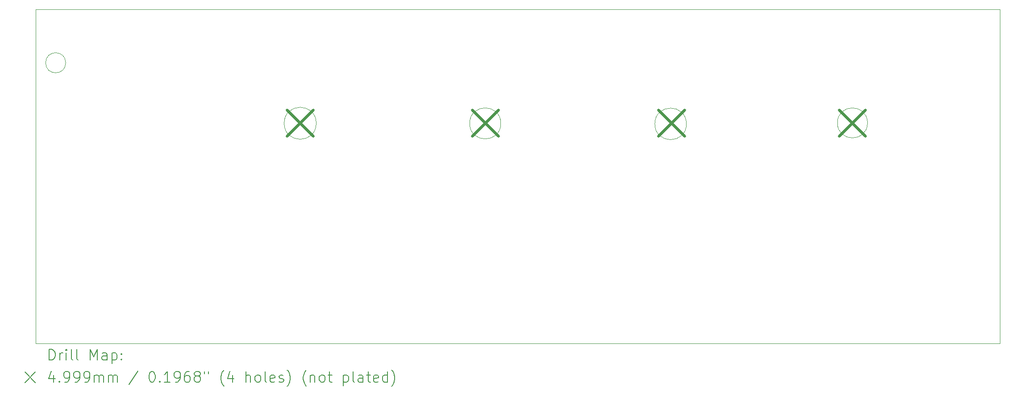
<source format=gbr>
%TF.GenerationSoftware,KiCad,Pcbnew,7.0.11+dfsg-1*%
%TF.CreationDate,2024-03-19T11:51:44-04:00*%
%TF.ProjectId,clock,636c6f63-6b2e-46b6-9963-61645f706362,rev?*%
%TF.SameCoordinates,Original*%
%TF.FileFunction,Drillmap*%
%TF.FilePolarity,Positive*%
%FSLAX45Y45*%
G04 Gerber Fmt 4.5, Leading zero omitted, Abs format (unit mm)*
G04 Created by KiCad (PCBNEW 7.0.11+dfsg-1) date 2024-03-19 11:51:44*
%MOMM*%
%LPD*%
G01*
G04 APERTURE LIST*
%ADD10C,0.050000*%
%ADD11C,0.100000*%
%ADD12C,0.200000*%
%ADD13C,0.499872*%
G04 APERTURE END LIST*
D10*
X20478255Y-6858000D02*
G75*
G03*
X19907745Y-6858000I-285255J0D01*
G01*
X19907745Y-6858000D02*
G75*
G03*
X20478255Y-6858000I285255J0D01*
G01*
D11*
X5270500Y-5715000D02*
G75*
G03*
X4889500Y-5715000I-190500J0D01*
G01*
X4889500Y-5715000D02*
G75*
G03*
X5270500Y-5715000I190500J0D01*
G01*
D10*
X17043327Y-6876301D02*
G75*
G03*
X16443706Y-6876301I-299810J0D01*
G01*
X16443706Y-6876301D02*
G75*
G03*
X17043327Y-6876301I299810J0D01*
G01*
X13522641Y-6867301D02*
G75*
G03*
X12932114Y-6867301I-295264J0D01*
G01*
X12932114Y-6867301D02*
G75*
G03*
X13522641Y-6867301I295264J0D01*
G01*
X10021761Y-6864401D02*
G75*
G03*
X9414089Y-6864401I-303836J0D01*
G01*
X9414089Y-6864401D02*
G75*
G03*
X10021761Y-6864401I303836J0D01*
G01*
X4699000Y-4699000D02*
X22987000Y-4699000D01*
X22987000Y-11049000D01*
X4699000Y-11049000D01*
X4699000Y-4699000D01*
D12*
D13*
X9467312Y-6615680D02*
X9967184Y-7115552D01*
X9967184Y-6615680D02*
X9467312Y-7115552D01*
X12983722Y-6615680D02*
X13483594Y-7115552D01*
X13483594Y-6615680D02*
X12983722Y-7115552D01*
X16510762Y-6616700D02*
X17010634Y-7116572D01*
X17010634Y-6616700D02*
X16510762Y-7116572D01*
X19939762Y-6616700D02*
X20439634Y-7116572D01*
X20439634Y-6616700D02*
X19939762Y-7116572D01*
D12*
X4957277Y-11362984D02*
X4957277Y-11162984D01*
X4957277Y-11162984D02*
X5004896Y-11162984D01*
X5004896Y-11162984D02*
X5033467Y-11172508D01*
X5033467Y-11172508D02*
X5052515Y-11191555D01*
X5052515Y-11191555D02*
X5062039Y-11210603D01*
X5062039Y-11210603D02*
X5071563Y-11248698D01*
X5071563Y-11248698D02*
X5071563Y-11277269D01*
X5071563Y-11277269D02*
X5062039Y-11315365D01*
X5062039Y-11315365D02*
X5052515Y-11334412D01*
X5052515Y-11334412D02*
X5033467Y-11353460D01*
X5033467Y-11353460D02*
X5004896Y-11362984D01*
X5004896Y-11362984D02*
X4957277Y-11362984D01*
X5157277Y-11362984D02*
X5157277Y-11229650D01*
X5157277Y-11267746D02*
X5166801Y-11248698D01*
X5166801Y-11248698D02*
X5176324Y-11239174D01*
X5176324Y-11239174D02*
X5195372Y-11229650D01*
X5195372Y-11229650D02*
X5214420Y-11229650D01*
X5281086Y-11362984D02*
X5281086Y-11229650D01*
X5281086Y-11162984D02*
X5271563Y-11172508D01*
X5271563Y-11172508D02*
X5281086Y-11182031D01*
X5281086Y-11182031D02*
X5290610Y-11172508D01*
X5290610Y-11172508D02*
X5281086Y-11162984D01*
X5281086Y-11162984D02*
X5281086Y-11182031D01*
X5404896Y-11362984D02*
X5385848Y-11353460D01*
X5385848Y-11353460D02*
X5376324Y-11334412D01*
X5376324Y-11334412D02*
X5376324Y-11162984D01*
X5509658Y-11362984D02*
X5490610Y-11353460D01*
X5490610Y-11353460D02*
X5481086Y-11334412D01*
X5481086Y-11334412D02*
X5481086Y-11162984D01*
X5738229Y-11362984D02*
X5738229Y-11162984D01*
X5738229Y-11162984D02*
X5804896Y-11305841D01*
X5804896Y-11305841D02*
X5871562Y-11162984D01*
X5871562Y-11162984D02*
X5871562Y-11362984D01*
X6052515Y-11362984D02*
X6052515Y-11258222D01*
X6052515Y-11258222D02*
X6042991Y-11239174D01*
X6042991Y-11239174D02*
X6023943Y-11229650D01*
X6023943Y-11229650D02*
X5985848Y-11229650D01*
X5985848Y-11229650D02*
X5966801Y-11239174D01*
X6052515Y-11353460D02*
X6033467Y-11362984D01*
X6033467Y-11362984D02*
X5985848Y-11362984D01*
X5985848Y-11362984D02*
X5966801Y-11353460D01*
X5966801Y-11353460D02*
X5957277Y-11334412D01*
X5957277Y-11334412D02*
X5957277Y-11315365D01*
X5957277Y-11315365D02*
X5966801Y-11296317D01*
X5966801Y-11296317D02*
X5985848Y-11286793D01*
X5985848Y-11286793D02*
X6033467Y-11286793D01*
X6033467Y-11286793D02*
X6052515Y-11277269D01*
X6147753Y-11229650D02*
X6147753Y-11429650D01*
X6147753Y-11239174D02*
X6166801Y-11229650D01*
X6166801Y-11229650D02*
X6204896Y-11229650D01*
X6204896Y-11229650D02*
X6223943Y-11239174D01*
X6223943Y-11239174D02*
X6233467Y-11248698D01*
X6233467Y-11248698D02*
X6242991Y-11267746D01*
X6242991Y-11267746D02*
X6242991Y-11324888D01*
X6242991Y-11324888D02*
X6233467Y-11343936D01*
X6233467Y-11343936D02*
X6223943Y-11353460D01*
X6223943Y-11353460D02*
X6204896Y-11362984D01*
X6204896Y-11362984D02*
X6166801Y-11362984D01*
X6166801Y-11362984D02*
X6147753Y-11353460D01*
X6328705Y-11343936D02*
X6338229Y-11353460D01*
X6338229Y-11353460D02*
X6328705Y-11362984D01*
X6328705Y-11362984D02*
X6319182Y-11353460D01*
X6319182Y-11353460D02*
X6328705Y-11343936D01*
X6328705Y-11343936D02*
X6328705Y-11362984D01*
X6328705Y-11239174D02*
X6338229Y-11248698D01*
X6338229Y-11248698D02*
X6328705Y-11258222D01*
X6328705Y-11258222D02*
X6319182Y-11248698D01*
X6319182Y-11248698D02*
X6328705Y-11239174D01*
X6328705Y-11239174D02*
X6328705Y-11258222D01*
X4496500Y-11591500D02*
X4696500Y-11791500D01*
X4696500Y-11591500D02*
X4496500Y-11791500D01*
X5042991Y-11649650D02*
X5042991Y-11782984D01*
X4995372Y-11573460D02*
X4947753Y-11716317D01*
X4947753Y-11716317D02*
X5071563Y-11716317D01*
X5147753Y-11763936D02*
X5157277Y-11773460D01*
X5157277Y-11773460D02*
X5147753Y-11782984D01*
X5147753Y-11782984D02*
X5138229Y-11773460D01*
X5138229Y-11773460D02*
X5147753Y-11763936D01*
X5147753Y-11763936D02*
X5147753Y-11782984D01*
X5252515Y-11782984D02*
X5290610Y-11782984D01*
X5290610Y-11782984D02*
X5309658Y-11773460D01*
X5309658Y-11773460D02*
X5319182Y-11763936D01*
X5319182Y-11763936D02*
X5338229Y-11735365D01*
X5338229Y-11735365D02*
X5347753Y-11697269D01*
X5347753Y-11697269D02*
X5347753Y-11621079D01*
X5347753Y-11621079D02*
X5338229Y-11602031D01*
X5338229Y-11602031D02*
X5328705Y-11592508D01*
X5328705Y-11592508D02*
X5309658Y-11582984D01*
X5309658Y-11582984D02*
X5271563Y-11582984D01*
X5271563Y-11582984D02*
X5252515Y-11592508D01*
X5252515Y-11592508D02*
X5242991Y-11602031D01*
X5242991Y-11602031D02*
X5233467Y-11621079D01*
X5233467Y-11621079D02*
X5233467Y-11668698D01*
X5233467Y-11668698D02*
X5242991Y-11687746D01*
X5242991Y-11687746D02*
X5252515Y-11697269D01*
X5252515Y-11697269D02*
X5271563Y-11706793D01*
X5271563Y-11706793D02*
X5309658Y-11706793D01*
X5309658Y-11706793D02*
X5328705Y-11697269D01*
X5328705Y-11697269D02*
X5338229Y-11687746D01*
X5338229Y-11687746D02*
X5347753Y-11668698D01*
X5442991Y-11782984D02*
X5481086Y-11782984D01*
X5481086Y-11782984D02*
X5500134Y-11773460D01*
X5500134Y-11773460D02*
X5509658Y-11763936D01*
X5509658Y-11763936D02*
X5528705Y-11735365D01*
X5528705Y-11735365D02*
X5538229Y-11697269D01*
X5538229Y-11697269D02*
X5538229Y-11621079D01*
X5538229Y-11621079D02*
X5528705Y-11602031D01*
X5528705Y-11602031D02*
X5519182Y-11592508D01*
X5519182Y-11592508D02*
X5500134Y-11582984D01*
X5500134Y-11582984D02*
X5462039Y-11582984D01*
X5462039Y-11582984D02*
X5442991Y-11592508D01*
X5442991Y-11592508D02*
X5433467Y-11602031D01*
X5433467Y-11602031D02*
X5423944Y-11621079D01*
X5423944Y-11621079D02*
X5423944Y-11668698D01*
X5423944Y-11668698D02*
X5433467Y-11687746D01*
X5433467Y-11687746D02*
X5442991Y-11697269D01*
X5442991Y-11697269D02*
X5462039Y-11706793D01*
X5462039Y-11706793D02*
X5500134Y-11706793D01*
X5500134Y-11706793D02*
X5519182Y-11697269D01*
X5519182Y-11697269D02*
X5528705Y-11687746D01*
X5528705Y-11687746D02*
X5538229Y-11668698D01*
X5633467Y-11782984D02*
X5671562Y-11782984D01*
X5671562Y-11782984D02*
X5690610Y-11773460D01*
X5690610Y-11773460D02*
X5700134Y-11763936D01*
X5700134Y-11763936D02*
X5719182Y-11735365D01*
X5719182Y-11735365D02*
X5728705Y-11697269D01*
X5728705Y-11697269D02*
X5728705Y-11621079D01*
X5728705Y-11621079D02*
X5719182Y-11602031D01*
X5719182Y-11602031D02*
X5709658Y-11592508D01*
X5709658Y-11592508D02*
X5690610Y-11582984D01*
X5690610Y-11582984D02*
X5652515Y-11582984D01*
X5652515Y-11582984D02*
X5633467Y-11592508D01*
X5633467Y-11592508D02*
X5623943Y-11602031D01*
X5623943Y-11602031D02*
X5614420Y-11621079D01*
X5614420Y-11621079D02*
X5614420Y-11668698D01*
X5614420Y-11668698D02*
X5623943Y-11687746D01*
X5623943Y-11687746D02*
X5633467Y-11697269D01*
X5633467Y-11697269D02*
X5652515Y-11706793D01*
X5652515Y-11706793D02*
X5690610Y-11706793D01*
X5690610Y-11706793D02*
X5709658Y-11697269D01*
X5709658Y-11697269D02*
X5719182Y-11687746D01*
X5719182Y-11687746D02*
X5728705Y-11668698D01*
X5814420Y-11782984D02*
X5814420Y-11649650D01*
X5814420Y-11668698D02*
X5823943Y-11659174D01*
X5823943Y-11659174D02*
X5842991Y-11649650D01*
X5842991Y-11649650D02*
X5871563Y-11649650D01*
X5871563Y-11649650D02*
X5890610Y-11659174D01*
X5890610Y-11659174D02*
X5900134Y-11678222D01*
X5900134Y-11678222D02*
X5900134Y-11782984D01*
X5900134Y-11678222D02*
X5909658Y-11659174D01*
X5909658Y-11659174D02*
X5928705Y-11649650D01*
X5928705Y-11649650D02*
X5957277Y-11649650D01*
X5957277Y-11649650D02*
X5976324Y-11659174D01*
X5976324Y-11659174D02*
X5985848Y-11678222D01*
X5985848Y-11678222D02*
X5985848Y-11782984D01*
X6081086Y-11782984D02*
X6081086Y-11649650D01*
X6081086Y-11668698D02*
X6090610Y-11659174D01*
X6090610Y-11659174D02*
X6109658Y-11649650D01*
X6109658Y-11649650D02*
X6138229Y-11649650D01*
X6138229Y-11649650D02*
X6157277Y-11659174D01*
X6157277Y-11659174D02*
X6166801Y-11678222D01*
X6166801Y-11678222D02*
X6166801Y-11782984D01*
X6166801Y-11678222D02*
X6176324Y-11659174D01*
X6176324Y-11659174D02*
X6195372Y-11649650D01*
X6195372Y-11649650D02*
X6223943Y-11649650D01*
X6223943Y-11649650D02*
X6242991Y-11659174D01*
X6242991Y-11659174D02*
X6252515Y-11678222D01*
X6252515Y-11678222D02*
X6252515Y-11782984D01*
X6642991Y-11573460D02*
X6471563Y-11830603D01*
X6900134Y-11582984D02*
X6919182Y-11582984D01*
X6919182Y-11582984D02*
X6938229Y-11592508D01*
X6938229Y-11592508D02*
X6947753Y-11602031D01*
X6947753Y-11602031D02*
X6957277Y-11621079D01*
X6957277Y-11621079D02*
X6966801Y-11659174D01*
X6966801Y-11659174D02*
X6966801Y-11706793D01*
X6966801Y-11706793D02*
X6957277Y-11744888D01*
X6957277Y-11744888D02*
X6947753Y-11763936D01*
X6947753Y-11763936D02*
X6938229Y-11773460D01*
X6938229Y-11773460D02*
X6919182Y-11782984D01*
X6919182Y-11782984D02*
X6900134Y-11782984D01*
X6900134Y-11782984D02*
X6881086Y-11773460D01*
X6881086Y-11773460D02*
X6871563Y-11763936D01*
X6871563Y-11763936D02*
X6862039Y-11744888D01*
X6862039Y-11744888D02*
X6852515Y-11706793D01*
X6852515Y-11706793D02*
X6852515Y-11659174D01*
X6852515Y-11659174D02*
X6862039Y-11621079D01*
X6862039Y-11621079D02*
X6871563Y-11602031D01*
X6871563Y-11602031D02*
X6881086Y-11592508D01*
X6881086Y-11592508D02*
X6900134Y-11582984D01*
X7052515Y-11763936D02*
X7062039Y-11773460D01*
X7062039Y-11773460D02*
X7052515Y-11782984D01*
X7052515Y-11782984D02*
X7042991Y-11773460D01*
X7042991Y-11773460D02*
X7052515Y-11763936D01*
X7052515Y-11763936D02*
X7052515Y-11782984D01*
X7252515Y-11782984D02*
X7138229Y-11782984D01*
X7195372Y-11782984D02*
X7195372Y-11582984D01*
X7195372Y-11582984D02*
X7176325Y-11611555D01*
X7176325Y-11611555D02*
X7157277Y-11630603D01*
X7157277Y-11630603D02*
X7138229Y-11640127D01*
X7347753Y-11782984D02*
X7385848Y-11782984D01*
X7385848Y-11782984D02*
X7404896Y-11773460D01*
X7404896Y-11773460D02*
X7414420Y-11763936D01*
X7414420Y-11763936D02*
X7433467Y-11735365D01*
X7433467Y-11735365D02*
X7442991Y-11697269D01*
X7442991Y-11697269D02*
X7442991Y-11621079D01*
X7442991Y-11621079D02*
X7433467Y-11602031D01*
X7433467Y-11602031D02*
X7423944Y-11592508D01*
X7423944Y-11592508D02*
X7404896Y-11582984D01*
X7404896Y-11582984D02*
X7366801Y-11582984D01*
X7366801Y-11582984D02*
X7347753Y-11592508D01*
X7347753Y-11592508D02*
X7338229Y-11602031D01*
X7338229Y-11602031D02*
X7328706Y-11621079D01*
X7328706Y-11621079D02*
X7328706Y-11668698D01*
X7328706Y-11668698D02*
X7338229Y-11687746D01*
X7338229Y-11687746D02*
X7347753Y-11697269D01*
X7347753Y-11697269D02*
X7366801Y-11706793D01*
X7366801Y-11706793D02*
X7404896Y-11706793D01*
X7404896Y-11706793D02*
X7423944Y-11697269D01*
X7423944Y-11697269D02*
X7433467Y-11687746D01*
X7433467Y-11687746D02*
X7442991Y-11668698D01*
X7614420Y-11582984D02*
X7576325Y-11582984D01*
X7576325Y-11582984D02*
X7557277Y-11592508D01*
X7557277Y-11592508D02*
X7547753Y-11602031D01*
X7547753Y-11602031D02*
X7528706Y-11630603D01*
X7528706Y-11630603D02*
X7519182Y-11668698D01*
X7519182Y-11668698D02*
X7519182Y-11744888D01*
X7519182Y-11744888D02*
X7528706Y-11763936D01*
X7528706Y-11763936D02*
X7538229Y-11773460D01*
X7538229Y-11773460D02*
X7557277Y-11782984D01*
X7557277Y-11782984D02*
X7595372Y-11782984D01*
X7595372Y-11782984D02*
X7614420Y-11773460D01*
X7614420Y-11773460D02*
X7623944Y-11763936D01*
X7623944Y-11763936D02*
X7633467Y-11744888D01*
X7633467Y-11744888D02*
X7633467Y-11697269D01*
X7633467Y-11697269D02*
X7623944Y-11678222D01*
X7623944Y-11678222D02*
X7614420Y-11668698D01*
X7614420Y-11668698D02*
X7595372Y-11659174D01*
X7595372Y-11659174D02*
X7557277Y-11659174D01*
X7557277Y-11659174D02*
X7538229Y-11668698D01*
X7538229Y-11668698D02*
X7528706Y-11678222D01*
X7528706Y-11678222D02*
X7519182Y-11697269D01*
X7747753Y-11668698D02*
X7728706Y-11659174D01*
X7728706Y-11659174D02*
X7719182Y-11649650D01*
X7719182Y-11649650D02*
X7709658Y-11630603D01*
X7709658Y-11630603D02*
X7709658Y-11621079D01*
X7709658Y-11621079D02*
X7719182Y-11602031D01*
X7719182Y-11602031D02*
X7728706Y-11592508D01*
X7728706Y-11592508D02*
X7747753Y-11582984D01*
X7747753Y-11582984D02*
X7785848Y-11582984D01*
X7785848Y-11582984D02*
X7804896Y-11592508D01*
X7804896Y-11592508D02*
X7814420Y-11602031D01*
X7814420Y-11602031D02*
X7823944Y-11621079D01*
X7823944Y-11621079D02*
X7823944Y-11630603D01*
X7823944Y-11630603D02*
X7814420Y-11649650D01*
X7814420Y-11649650D02*
X7804896Y-11659174D01*
X7804896Y-11659174D02*
X7785848Y-11668698D01*
X7785848Y-11668698D02*
X7747753Y-11668698D01*
X7747753Y-11668698D02*
X7728706Y-11678222D01*
X7728706Y-11678222D02*
X7719182Y-11687746D01*
X7719182Y-11687746D02*
X7709658Y-11706793D01*
X7709658Y-11706793D02*
X7709658Y-11744888D01*
X7709658Y-11744888D02*
X7719182Y-11763936D01*
X7719182Y-11763936D02*
X7728706Y-11773460D01*
X7728706Y-11773460D02*
X7747753Y-11782984D01*
X7747753Y-11782984D02*
X7785848Y-11782984D01*
X7785848Y-11782984D02*
X7804896Y-11773460D01*
X7804896Y-11773460D02*
X7814420Y-11763936D01*
X7814420Y-11763936D02*
X7823944Y-11744888D01*
X7823944Y-11744888D02*
X7823944Y-11706793D01*
X7823944Y-11706793D02*
X7814420Y-11687746D01*
X7814420Y-11687746D02*
X7804896Y-11678222D01*
X7804896Y-11678222D02*
X7785848Y-11668698D01*
X7900134Y-11582984D02*
X7900134Y-11621079D01*
X7976325Y-11582984D02*
X7976325Y-11621079D01*
X8271563Y-11859174D02*
X8262039Y-11849650D01*
X8262039Y-11849650D02*
X8242991Y-11821079D01*
X8242991Y-11821079D02*
X8233468Y-11802031D01*
X8233468Y-11802031D02*
X8223944Y-11773460D01*
X8223944Y-11773460D02*
X8214420Y-11725841D01*
X8214420Y-11725841D02*
X8214420Y-11687746D01*
X8214420Y-11687746D02*
X8223944Y-11640127D01*
X8223944Y-11640127D02*
X8233468Y-11611555D01*
X8233468Y-11611555D02*
X8242991Y-11592508D01*
X8242991Y-11592508D02*
X8262039Y-11563936D01*
X8262039Y-11563936D02*
X8271563Y-11554412D01*
X8433468Y-11649650D02*
X8433468Y-11782984D01*
X8385848Y-11573460D02*
X8338229Y-11716317D01*
X8338229Y-11716317D02*
X8462039Y-11716317D01*
X8690611Y-11782984D02*
X8690611Y-11582984D01*
X8776325Y-11782984D02*
X8776325Y-11678222D01*
X8776325Y-11678222D02*
X8766801Y-11659174D01*
X8766801Y-11659174D02*
X8747753Y-11649650D01*
X8747753Y-11649650D02*
X8719182Y-11649650D01*
X8719182Y-11649650D02*
X8700134Y-11659174D01*
X8700134Y-11659174D02*
X8690611Y-11668698D01*
X8900134Y-11782984D02*
X8881087Y-11773460D01*
X8881087Y-11773460D02*
X8871563Y-11763936D01*
X8871563Y-11763936D02*
X8862039Y-11744888D01*
X8862039Y-11744888D02*
X8862039Y-11687746D01*
X8862039Y-11687746D02*
X8871563Y-11668698D01*
X8871563Y-11668698D02*
X8881087Y-11659174D01*
X8881087Y-11659174D02*
X8900134Y-11649650D01*
X8900134Y-11649650D02*
X8928706Y-11649650D01*
X8928706Y-11649650D02*
X8947753Y-11659174D01*
X8947753Y-11659174D02*
X8957277Y-11668698D01*
X8957277Y-11668698D02*
X8966801Y-11687746D01*
X8966801Y-11687746D02*
X8966801Y-11744888D01*
X8966801Y-11744888D02*
X8957277Y-11763936D01*
X8957277Y-11763936D02*
X8947753Y-11773460D01*
X8947753Y-11773460D02*
X8928706Y-11782984D01*
X8928706Y-11782984D02*
X8900134Y-11782984D01*
X9081087Y-11782984D02*
X9062039Y-11773460D01*
X9062039Y-11773460D02*
X9052515Y-11754412D01*
X9052515Y-11754412D02*
X9052515Y-11582984D01*
X9233468Y-11773460D02*
X9214420Y-11782984D01*
X9214420Y-11782984D02*
X9176325Y-11782984D01*
X9176325Y-11782984D02*
X9157277Y-11773460D01*
X9157277Y-11773460D02*
X9147753Y-11754412D01*
X9147753Y-11754412D02*
X9147753Y-11678222D01*
X9147753Y-11678222D02*
X9157277Y-11659174D01*
X9157277Y-11659174D02*
X9176325Y-11649650D01*
X9176325Y-11649650D02*
X9214420Y-11649650D01*
X9214420Y-11649650D02*
X9233468Y-11659174D01*
X9233468Y-11659174D02*
X9242992Y-11678222D01*
X9242992Y-11678222D02*
X9242992Y-11697269D01*
X9242992Y-11697269D02*
X9147753Y-11716317D01*
X9319182Y-11773460D02*
X9338230Y-11782984D01*
X9338230Y-11782984D02*
X9376325Y-11782984D01*
X9376325Y-11782984D02*
X9395373Y-11773460D01*
X9395373Y-11773460D02*
X9404896Y-11754412D01*
X9404896Y-11754412D02*
X9404896Y-11744888D01*
X9404896Y-11744888D02*
X9395373Y-11725841D01*
X9395373Y-11725841D02*
X9376325Y-11716317D01*
X9376325Y-11716317D02*
X9347753Y-11716317D01*
X9347753Y-11716317D02*
X9328706Y-11706793D01*
X9328706Y-11706793D02*
X9319182Y-11687746D01*
X9319182Y-11687746D02*
X9319182Y-11678222D01*
X9319182Y-11678222D02*
X9328706Y-11659174D01*
X9328706Y-11659174D02*
X9347753Y-11649650D01*
X9347753Y-11649650D02*
X9376325Y-11649650D01*
X9376325Y-11649650D02*
X9395373Y-11659174D01*
X9471563Y-11859174D02*
X9481087Y-11849650D01*
X9481087Y-11849650D02*
X9500134Y-11821079D01*
X9500134Y-11821079D02*
X9509658Y-11802031D01*
X9509658Y-11802031D02*
X9519182Y-11773460D01*
X9519182Y-11773460D02*
X9528706Y-11725841D01*
X9528706Y-11725841D02*
X9528706Y-11687746D01*
X9528706Y-11687746D02*
X9519182Y-11640127D01*
X9519182Y-11640127D02*
X9509658Y-11611555D01*
X9509658Y-11611555D02*
X9500134Y-11592508D01*
X9500134Y-11592508D02*
X9481087Y-11563936D01*
X9481087Y-11563936D02*
X9471563Y-11554412D01*
X9833468Y-11859174D02*
X9823944Y-11849650D01*
X9823944Y-11849650D02*
X9804896Y-11821079D01*
X9804896Y-11821079D02*
X9795373Y-11802031D01*
X9795373Y-11802031D02*
X9785849Y-11773460D01*
X9785849Y-11773460D02*
X9776325Y-11725841D01*
X9776325Y-11725841D02*
X9776325Y-11687746D01*
X9776325Y-11687746D02*
X9785849Y-11640127D01*
X9785849Y-11640127D02*
X9795373Y-11611555D01*
X9795373Y-11611555D02*
X9804896Y-11592508D01*
X9804896Y-11592508D02*
X9823944Y-11563936D01*
X9823944Y-11563936D02*
X9833468Y-11554412D01*
X9909658Y-11649650D02*
X9909658Y-11782984D01*
X9909658Y-11668698D02*
X9919182Y-11659174D01*
X9919182Y-11659174D02*
X9938230Y-11649650D01*
X9938230Y-11649650D02*
X9966801Y-11649650D01*
X9966801Y-11649650D02*
X9985849Y-11659174D01*
X9985849Y-11659174D02*
X9995373Y-11678222D01*
X9995373Y-11678222D02*
X9995373Y-11782984D01*
X10119182Y-11782984D02*
X10100134Y-11773460D01*
X10100134Y-11773460D02*
X10090611Y-11763936D01*
X10090611Y-11763936D02*
X10081087Y-11744888D01*
X10081087Y-11744888D02*
X10081087Y-11687746D01*
X10081087Y-11687746D02*
X10090611Y-11668698D01*
X10090611Y-11668698D02*
X10100134Y-11659174D01*
X10100134Y-11659174D02*
X10119182Y-11649650D01*
X10119182Y-11649650D02*
X10147754Y-11649650D01*
X10147754Y-11649650D02*
X10166801Y-11659174D01*
X10166801Y-11659174D02*
X10176325Y-11668698D01*
X10176325Y-11668698D02*
X10185849Y-11687746D01*
X10185849Y-11687746D02*
X10185849Y-11744888D01*
X10185849Y-11744888D02*
X10176325Y-11763936D01*
X10176325Y-11763936D02*
X10166801Y-11773460D01*
X10166801Y-11773460D02*
X10147754Y-11782984D01*
X10147754Y-11782984D02*
X10119182Y-11782984D01*
X10242992Y-11649650D02*
X10319182Y-11649650D01*
X10271563Y-11582984D02*
X10271563Y-11754412D01*
X10271563Y-11754412D02*
X10281087Y-11773460D01*
X10281087Y-11773460D02*
X10300134Y-11782984D01*
X10300134Y-11782984D02*
X10319182Y-11782984D01*
X10538230Y-11649650D02*
X10538230Y-11849650D01*
X10538230Y-11659174D02*
X10557277Y-11649650D01*
X10557277Y-11649650D02*
X10595373Y-11649650D01*
X10595373Y-11649650D02*
X10614420Y-11659174D01*
X10614420Y-11659174D02*
X10623944Y-11668698D01*
X10623944Y-11668698D02*
X10633468Y-11687746D01*
X10633468Y-11687746D02*
X10633468Y-11744888D01*
X10633468Y-11744888D02*
X10623944Y-11763936D01*
X10623944Y-11763936D02*
X10614420Y-11773460D01*
X10614420Y-11773460D02*
X10595373Y-11782984D01*
X10595373Y-11782984D02*
X10557277Y-11782984D01*
X10557277Y-11782984D02*
X10538230Y-11773460D01*
X10747754Y-11782984D02*
X10728706Y-11773460D01*
X10728706Y-11773460D02*
X10719182Y-11754412D01*
X10719182Y-11754412D02*
X10719182Y-11582984D01*
X10909658Y-11782984D02*
X10909658Y-11678222D01*
X10909658Y-11678222D02*
X10900135Y-11659174D01*
X10900135Y-11659174D02*
X10881087Y-11649650D01*
X10881087Y-11649650D02*
X10842992Y-11649650D01*
X10842992Y-11649650D02*
X10823944Y-11659174D01*
X10909658Y-11773460D02*
X10890611Y-11782984D01*
X10890611Y-11782984D02*
X10842992Y-11782984D01*
X10842992Y-11782984D02*
X10823944Y-11773460D01*
X10823944Y-11773460D02*
X10814420Y-11754412D01*
X10814420Y-11754412D02*
X10814420Y-11735365D01*
X10814420Y-11735365D02*
X10823944Y-11716317D01*
X10823944Y-11716317D02*
X10842992Y-11706793D01*
X10842992Y-11706793D02*
X10890611Y-11706793D01*
X10890611Y-11706793D02*
X10909658Y-11697269D01*
X10976325Y-11649650D02*
X11052515Y-11649650D01*
X11004896Y-11582984D02*
X11004896Y-11754412D01*
X11004896Y-11754412D02*
X11014420Y-11773460D01*
X11014420Y-11773460D02*
X11033468Y-11782984D01*
X11033468Y-11782984D02*
X11052515Y-11782984D01*
X11195373Y-11773460D02*
X11176325Y-11782984D01*
X11176325Y-11782984D02*
X11138230Y-11782984D01*
X11138230Y-11782984D02*
X11119182Y-11773460D01*
X11119182Y-11773460D02*
X11109658Y-11754412D01*
X11109658Y-11754412D02*
X11109658Y-11678222D01*
X11109658Y-11678222D02*
X11119182Y-11659174D01*
X11119182Y-11659174D02*
X11138230Y-11649650D01*
X11138230Y-11649650D02*
X11176325Y-11649650D01*
X11176325Y-11649650D02*
X11195373Y-11659174D01*
X11195373Y-11659174D02*
X11204896Y-11678222D01*
X11204896Y-11678222D02*
X11204896Y-11697269D01*
X11204896Y-11697269D02*
X11109658Y-11716317D01*
X11376325Y-11782984D02*
X11376325Y-11582984D01*
X11376325Y-11773460D02*
X11357277Y-11782984D01*
X11357277Y-11782984D02*
X11319182Y-11782984D01*
X11319182Y-11782984D02*
X11300134Y-11773460D01*
X11300134Y-11773460D02*
X11290611Y-11763936D01*
X11290611Y-11763936D02*
X11281087Y-11744888D01*
X11281087Y-11744888D02*
X11281087Y-11687746D01*
X11281087Y-11687746D02*
X11290611Y-11668698D01*
X11290611Y-11668698D02*
X11300134Y-11659174D01*
X11300134Y-11659174D02*
X11319182Y-11649650D01*
X11319182Y-11649650D02*
X11357277Y-11649650D01*
X11357277Y-11649650D02*
X11376325Y-11659174D01*
X11452515Y-11859174D02*
X11462039Y-11849650D01*
X11462039Y-11849650D02*
X11481087Y-11821079D01*
X11481087Y-11821079D02*
X11490611Y-11802031D01*
X11490611Y-11802031D02*
X11500134Y-11773460D01*
X11500134Y-11773460D02*
X11509658Y-11725841D01*
X11509658Y-11725841D02*
X11509658Y-11687746D01*
X11509658Y-11687746D02*
X11500134Y-11640127D01*
X11500134Y-11640127D02*
X11490611Y-11611555D01*
X11490611Y-11611555D02*
X11481087Y-11592508D01*
X11481087Y-11592508D02*
X11462039Y-11563936D01*
X11462039Y-11563936D02*
X11452515Y-11554412D01*
M02*

</source>
